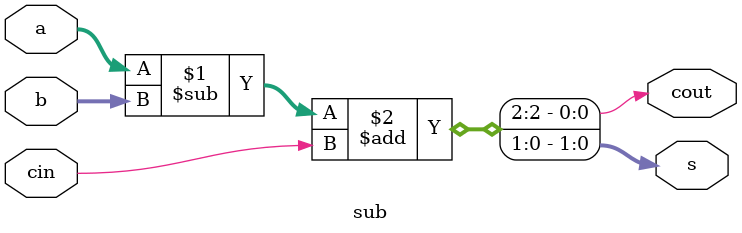
<source format=sv>
module sub #(parameter N = 2)
	(input logic [N-1:0] a, b, input logic cin,
	output logic [N-1:0] s,
	output logic cout);
	assign {cout,s} = a-b+cin;
endmodule
</source>
